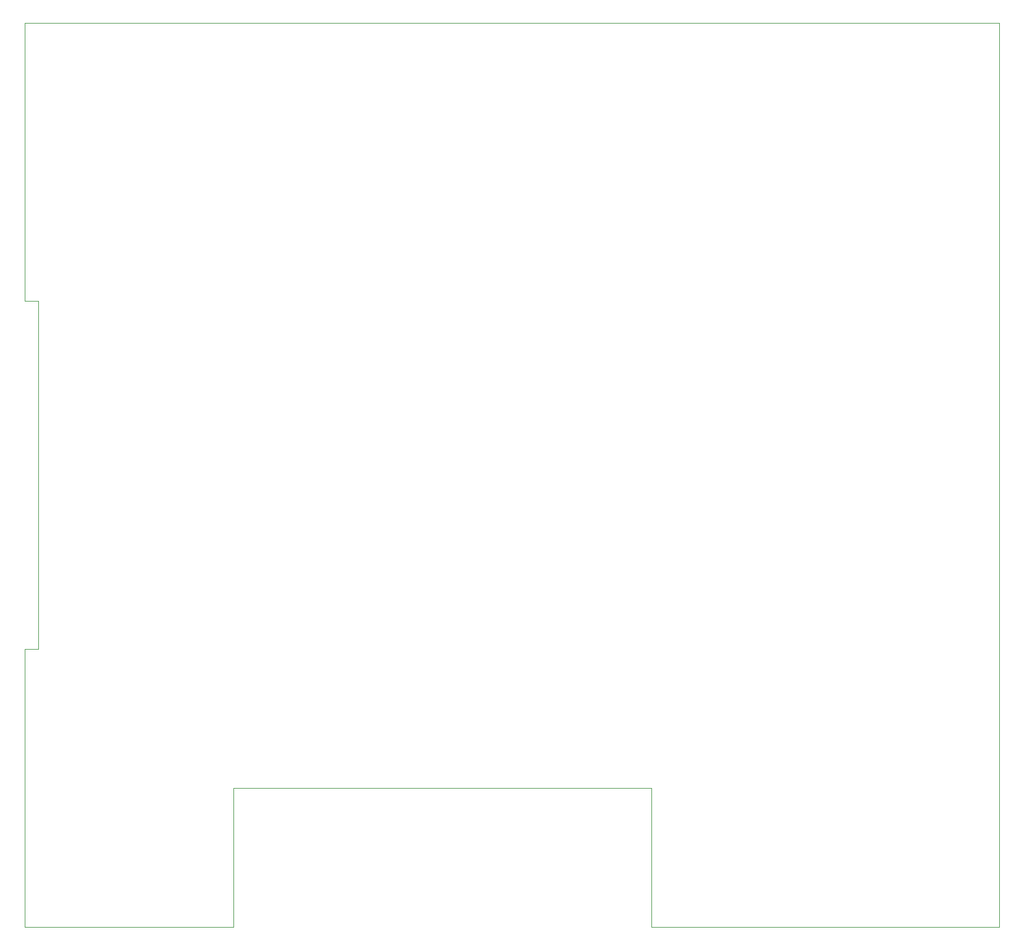
<source format=gbr>
%TF.GenerationSoftware,KiCad,Pcbnew,5.1.12-84ad8e8a86~92~ubuntu20.04.1*%
%TF.CreationDate,2022-04-17T17:37:32+03:00*%
%TF.ProjectId,rata,72617461-2e6b-4696-9361-645f70636258,rev?*%
%TF.SameCoordinates,Original*%
%TF.FileFunction,Profile,NP*%
%FSLAX46Y46*%
G04 Gerber Fmt 4.6, Leading zero omitted, Abs format (unit mm)*
G04 Created by KiCad (PCBNEW 5.1.12-84ad8e8a86~92~ubuntu20.04.1) date 2022-04-17 17:37:32*
%MOMM*%
%LPD*%
G01*
G04 APERTURE LIST*
%TA.AperFunction,Profile*%
%ADD10C,0.050000*%
%TD*%
G04 APERTURE END LIST*
D10*
X0Y-40000000D02*
X0Y0D01*
X2000000Y-90000000D02*
X0Y-90000000D01*
X2000000Y-40000000D02*
X2000000Y-90000000D01*
X0Y-40000000D02*
X2000000Y-40000000D01*
X90000000Y-130000000D02*
X140000000Y-130000000D01*
X30000000Y-110000000D02*
X30000000Y-130000000D01*
X90000000Y-110000000D02*
X30000000Y-110000000D01*
X90000000Y-130000000D02*
X90000000Y-110000000D01*
X0Y-130000000D02*
X0Y-90000000D01*
X30000000Y-130000000D02*
X0Y-130000000D01*
X140000000Y0D02*
X140000000Y-130000000D01*
X0Y0D02*
X140000000Y0D01*
M02*

</source>
